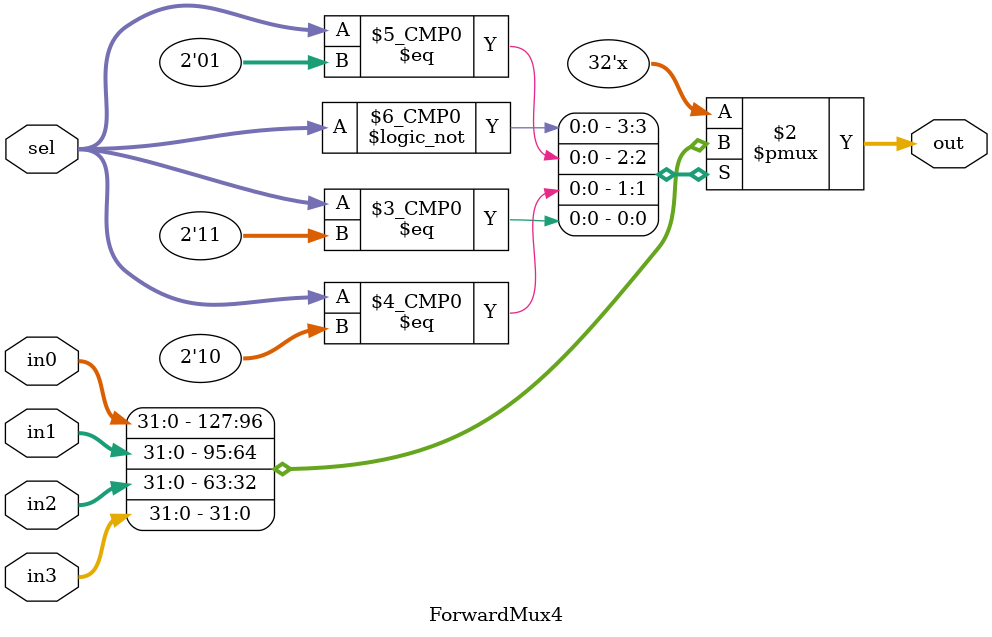
<source format=v>
`timescale 1ns / 1ps

module CPU_Project(
    input  CLK,                  // Clock signal

    output [31:0] PC,        // Program Counter output
    output [31:0] instOut,       // Instruction fetched
    //output [31:0] aluResult,      // Final ALU output is this used? - added for lab4
    output ewreg, // not 32bit
    output em2reg, // not 32bit
    output ewmem, // not 32bit
    output [3:0] ealuc,
    output ealuimm,
    output [4:0] edestReg,
    output [31:0] eqa,
    output [31:0] eqb,
    output [31:0] eimm32,
    // added for lab 4
    output wwreg, wm2reg, mwreg, mm2reg, mwmem, 
    output [31:0] wdo, wr,  mr, mqb,      
    output [4:0] wdestReg, mdestReg,
    //added for lab 5
    //output [31:0] wbData,
    output [31:0] qa, qb,
    output [1:0] fwdA, fwdB,
    output [31:0] fwvA, fwvB
    
);

    // Internal Wires for Interconnection
    wire [31:0] Next_Pc, instruction;
    wire [31:0] imm32; //qa, qb,
    wire [4:0] destReg;
    //wire [5:0] op, func;
    wire [3:0] ALUC;
    wire Write_reg, Mem2reg, Write_mem, ALUimm, Register_rt;
    
////////////////////wires added for lab 4:
    wire [31:0] alu_out, b, mdo;
    // These are no longer needed, but kept here to see the workflow
    //wire mwreg, mm2reg, mwmem;
    //wire [4:0] mdestReg;
    //wire [31:0] mr, mqb; 
////////////////////wires added for lab 5:
    //wire wwreg;
    //wire wm2reg;
    //wire [4:0] wdestReg;
    //wire [31:0] wr, wdo;
    
    //wire [31:0] wbData;
    
////////Project Wires added here:////////////////////////////
//wire [4:0]  rs, rt;
// Forwarding controls
//wire [1:0] fwdA, fwdB;

// Forwarding MUX outputs (to EX inputs)
//wire [31:0] fwvA, fwvB;
wire [31:0] efwva, efwvb;
//////////////////////////////////////////////////////////////// 

//wire [31:0] id_eqa, id_eqb;
//wire [31:0] id_imm32; 
wire [31:0] wbData;
    
    PC2 program_counter (
        .Next_Pc(Next_Pc),
        .CLK(CLK),
        .PC(PC)
    );

    PC_Adder PCAdder (
        .PC(PC),
        .Next_Pc(Next_Pc)
    );

    Instruction_memory InstrMem (
        .CLK(CLK),
        .PC(PC),
        .InstOut(instruction)
    );

    IFID_Pipeline_Register IF_ID (
        .CLK(CLK),
        .InstOut(instruction),
        //.PC_Plus4(PCPlus4),
        .dinstOut(instOut) //(dinstOut)?
        //.doutPC(PC_Out)
    );

    // ID Stage Components
    Register_File reg_file (
        .rs(instOut[25:21]),
        .rt(instOut[20:16]),
        .qa(qa),
        .qb(qb),
        ////addeed for lab5: 
        .wdestReg(wdestReg),
        .wbData(wbData),
        .wwreg(wwreg),
        .CLK(~CLK)
    );

    Sign_Extender sign_ext (
        .imm(instOut[15:0]),
        .imm32(imm32)
    );

    Control_Unit control_unit (
        .op(instOut[31:26]),
        .func(instOut[5:0]),
        
        // forwarding inputs
        .rs(instOut[25:21]),
        .rt(instOut[20:16]),
        
        .ern        (edestReg),//(ex_mdest),
        .ewreg  (ewreg), // ex_mwreg --> mwreg --> ewreg
        .mrn        (mdestReg), // wdestReg --> wdestReg --> mdestReg
        .mwreg  (mwreg), // mem_wwreg --> wwreg --> mwreg
        
        .mm2reg(mm2reg),
        .em2reg(em2reg),
        
        .Register_rt(Register_rt),
        .Write_reg(Write_reg),
        .Mem2reg(Mem2reg),
        .Write_mem(Write_mem),
        .ALUC(ALUC),
        .ALUimm(ALUimm),
        
        // new forwarding selects
        .fwdA (fwdA),
        .fwdB (fwdB)
    );

    Reg_Mux reg_mux (
        .rt(instOut[20:16]),
        .rd(instOut[15:11]),
        .Register_rt(Register_rt),
        .destReg(destReg)
    );

    // ID/EX Pipeline Register
    IDEXE_Pipeline_Register ID_EX (
        .CLK(CLK),
        .Write_reg(Write_reg),
        .Mem2reg(Mem2reg),
        .Write_mem(Write_mem),
        .ALUC(ALUC), // changed from ALUC to eALUC
        .ALUimm(ALUimm), // was ALUimm
        .destReg(destReg),
        
        //.rs         (instOut[25:21]),   // NEW
        //.rt         (instOut[20:16]),   // NEW
        
        .qa(qa),
        .qb(qb),
        .imm32(imm32),
        
        .fwvA(fwvA),
        .fwvB(fwvB),
        
        .eWrite_reg(ewreg),
        .eMem2reg(em2reg),
        .eWrite_mem(ewmem),
        .eALUC(ealuc),
        .eALUimm(ealuimm),
        .edestReg(edestReg),
           
        .eqa(eqa), //according to the project pdf these arent even outputs of IDEXE, but I think thats a typo
        .eqb(eqb), // but they are in the waveform posted on canvas
        
        .eimm32(eimm32),
        
        .efwva(efwva),
        .efwvb(efwvb)
    );
////////////////////////////lab 4 instantiation starts here
   ALUmux myALUmux (
        .eqb(efwvb), //eqb --> fwvB --> efwvb
        .eimm32(eimm32),
        .ealuimm(ealuimm),
        .b(b)
);

    // 4-way forward mux for A
    ForwardMux4 fwdA_mux (
        
        .in0  (qa),    // eqa --> alu_out --> qa  
        .in1  (alu_out), //alu_out
        .in2  (mr),  // --> mqb?  
        .in3  (mdo),  // wdo --> rs --> mdo
        .sel  (fwdA),
        .out  (fwvA)
);

// 4-way forward mux for B
    ForwardMux4 fwdB_mux (
        
        .in0  (qb),  // eqb --> alu_out -> qb   
        .in1  (alu_out), // alu_out --> mr // alut out causes the sim to not work
        .in2  (mr),  // --> mqb?, mr -> wr 100% should be mr
        .in3  (mdo), // eimm32 --> rs --> mdo --> eimm32 100% mdo
        .sel  (fwdB),
        .out  (fwvB)
);

    ALU myALU(
        .eqa(efwva), // fwvA -->
        .b(b),
        .ealuc(ealuc),
        .result(alu_out)
);
    EXEMEM_Pipeline my_EXEMEM_Pipeline(
        .ewreg(ewreg),
        .em2reg(em2reg),
        .ewmem(ewmem),
        .edestReg(edestReg),
        .r(alu_out),
        .efwvb(efwvb), //was eqb
        .CLK(CLK),
        .mwreg(mwreg),
        .mm2reg(mm2reg),
        .mwmem(mwmem),
        .mdestReg(mdestReg),
        .mr(mr),
        .mqb(mqb)
        
);

    Data_Memory myDataMemory(
        .mr(mr),        // Address from EX/MEM (ALU result)
        .mqb(mqb),      // Data input for write (from EX/MEM)
        .mwmem(mwmem),  // Memory write enable from EX/MEM
        .CLK(CLK),
        .mdo(mdo)       // Memory data output
);

    MEMEWB_Pipeline_Register my_MEMEWB_Pipeline_Register(
        .mwreg(mwreg),     // from EX/MEM pipeline
        .mm2reg(mm2reg),   // from EX/MEM pipeline
        .mdestReg(mdestReg), // from EX/MEM pipeline
        .mr(mr),           // latched ALU result from EX/MEM
        .mdo(mdo),         // data output from Data Memory
        .CLK(CLK),
        .wwreg(wwreg),
        .wm2reg(wm2reg),
        .wdestReg(wdestReg),
        .wr(wr), 
        .wdo(wdo)
);

////////////////////////////lab  5instantiation starts here
    WbMux wb_mux(
        .wr(wr),
        .wdo(wdo),
        .wm2reg(wm2reg),
        .wbData(wbData)
    );
    
/////ends here
endmodule

module PC2(
    input wire [31:0] Next_Pc,
    input wire CLK,
    output reg [31:0] PC
    );
    initial begin
        PC = 32'd100;
    end
    always @(posedge CLK) begin
        PC <= Next_Pc;
    end
endmodule

module PC_Adder(
    input wire [31:0] PC,
    output reg [31:0] Next_Pc
    );
    always@(*) begin
        Next_Pc = PC + 32'd4;
    end
endmodule

module Instruction_memory(
    input wire CLK, // The slides and video didn't say this needs a clk as input?
    input [31:0] PC,
    output reg [31:0] InstOut
    );
    // 64-word (256-byte) instruction memory
    reg [31:0] memory [0:63];
    
    initial begin
        // commentted out for project memory[25] = {6'd35, 5'd1, 5'd2, 16'd0}; // lw $2, 0($1)
        // commentted out for project memory[26] = {6'd35, 5'd1, 5'd3, 16'd4}; // lw $3, 4($1)
        //the following was added for lab 4
        // commentted out for project memory[27] = {6'd35, 5'd1, 5'd4, 16'd8};   // lw $4, 8($1)
        // commentted out for project memory[28] = {6'd35, 5'd1, 5'd5, 16'd12}; // lw $5, 12($1)
        //added for lab 5:
        // commentted out for project memory[29] = {6'd0, 5'd2, 5'd10, 5'd6, 5'd0, 6'd32};
        
        //added for final project:
        memory[25] = {6'd0, 5'd1, 5'd2, 5'd3, 5'd0, 6'd32}; // add  $3, $1, $2
        memory[26] = {6'd0, 5'd9, 5'd3, 5'd4, 5'd0, 6'd34}; // sub  $4, $9, $3
        memory[27] = {6'd0, 5'd3, 5'd9, 5'd5, 5'd0, 6'd37}; // or   $5, $3, $9
        memory[28] = {6'd0, 5'd3, 5'd9, 5'd6, 5'd0, 6'd38}; // xor  $6, $3, $9
        memory[29] = {6'd0, 5'd3, 5'd9, 5'd7, 5'd0, 6'd36}; // and  $7, $3, $9

    end
    
    always@(*) begin
        InstOut = memory[PC[7:2]];
    end
endmodule

module IFID_Pipeline_Register(
    input wire [31:0] InstOut,
    input wire CLK,
    output reg [31:0] dinstOut
    );
    always@(posedge CLK) begin
        dinstOut <= InstOut;
    end 
endmodule

module Register_File(
    input [4:0] rs,
    input [4:0] rt,
    output reg [31:0] qa,
    output reg [31:0] qb,
    ////added for lab 5:
    input [4:0] wdestReg, // wn
    input [31:0] wbData, //d
    input wwreg,
    input CLK
    );
    
    reg [31:0] registers [0:31]; //originally: reg [31:0] registers [31:0]
    
    
    //integer i;
    initial begin
    ///added for project
        registers[0]  = 32'h00000000;
        registers[1]  = 32'hA00000AA;
        registers[2]  = 32'h10000011;
        registers[3]  = 32'h20000022;
        registers[4]  = 32'h30000033;
        registers[5]  = 32'h40000044;
        registers[6]  = 32'h50000055;
        registers[7]  = 32'h60000066;
        registers[8]  = 32'h70000077;
        registers[9]  = 32'h80000088;
        registers[10] = 32'h90000099;
        // zero the rest
        //for (i = 11; i < 32; i = i + 1)
            //registers[i] = 32'h00000000;
    end
    always@(*) begin //negedge CLK should this be async? - yes
        qa <= registers[rs];
        qb <= registers[rt];
    end
    ///added for lab 5:
    always@(posedge CLK) begin
        if (wwreg) begin
            registers[wdestReg] <= wbData;
        end
    end

endmodule

module Sign_Extender(
    input [15:0] imm,
    output reg [31:0] imm32
    );
    
    always@(*) begin
        if (imm[15] ==1'b1)
            imm32 = (imm | 32'hFFFF0000);
        else
            imm32 = imm; // = (imm | 32'h00000000)
    end
endmodule

module Control_Unit(
    input [5:0] op,            // Opcode field from instruction
    input [5:0] func,          // Function field for R-type instructions
    
    // forwarded-hazard inputs
    input  [4:0]  rs,          // 
    input  [4:0]  rt,          // 
    input  [4:0]  ern,         //  
    input         ewreg,   // 
    input  [4:0]  mrn,         // 
    input         mwreg,   //
    
    input mm2reg, // what to do with these
    input em2reg, // this too, theyre on the pdf as inputs but i never had a use for them here
    
    output reg Register_rt,    // Destination register selection (0 = rd, 1 = rt)
    output reg Write_reg,      // Register write enable signal
    output reg Mem2reg,        // Selects data source for register writeback (Memory or ALU)
    output reg Write_mem,      // Memory write enable signal
    output reg [3:0] ALUC,     // ALU control signal
    output reg ALUimm,
    
    // NEW forwarding selects for two 4-way muxes
    output reg [1:0]  fwdA,      // selects A-input
    output reg [1:0]  fwdB       // selects B-input
    
    );
    
    always @(*) begin
        //Register_rt = 0;
        //Write_reg = 0;
        //Mem2reg = 0;
        //Write_mem = 0;
        //ALUimm = 0;
        //ALUC = 4'd0; // removed so it would agree with the refrence wave form and stay at 2
        
        case(op)
            //-----------------------------------
            6'b000000: begin  // R-type
                Write_reg   = 1;
                Register_rt = 0;  // dest = rd
                Mem2reg     = 0;
                Write_mem   = 0;
                ALUimm      = 0;
                case(func)
                    6'b100000: ALUC = 4'd2; // ADD
                    6'b100010: ALUC = 4'd6; // SUB
                    6'b100101: ALUC = 4'd1; // OR changed from 3 to 1
                    6'b100110: ALUC = 4'd3; // XOR changed from 4 to 3
                    6'b100100: ALUC = 4'd0; // AND
                    default begin
                    end
                endcase
            end

            //-----------------------------------
            6'b100011: begin  // LW
                Write_reg   = 1;
                Register_rt = 1;  // dest = rt
                Mem2reg     = 1;
                Write_mem   = 0;
                ALUimm      = 1;
                ALUC        = 4'b0010; // ADD for address
            end

            //-----------------------------------
            6'b101011: begin  // SW
                Write_reg   = 0;
                Register_rt = 1;  // don't care
                Mem2reg     = 0;
                Write_mem   = 1;
                ALUimm      = 1;
                ALUC        = 4'b0010; // ADD for address
            end

            //-----------------------------------
            default: begin
            end
        endcase
        
        // ---- forwarding logic ---- works currently
        // ---- forwarding logic for A ----
        if (ewreg && ern != 5'd0 && ern == rs) begin
            fwdA = 2'b01;                // EX --> EX hazard
        end else if (mwreg && mrn != 5'd0 && mrn == rs) begin
            fwdA = 2'b10;                // MEM --> EX hazard
        end else begin
            fwdA = 2'b00;                // no forwarding
        end

        // ---- forwarding logic for B ----
        if  (ALUimm) begin
            fwdB = 2'b11;                // immediate path has top priority
        end else if (ewreg && ern != 5'd0 && ern == rt) begin
            fwdB = 2'b01;                // EX --> EX hazard
        end else if (mwreg && mrn != 5'd0 && mrn == rt) begin
            fwdB = 2'b10;                // MEM --> EX hazard
        end else begin
            fwdB = 2'b00;                // no forwarding
        end
        
    end
endmodule

module Reg_Mux(
    input [4:0] rt,
    input [4:0] rd,
    input Register_rt,
    output reg [4:0] destReg
    );
    
    always@(*) begin
        if (Register_rt)
            destReg = rt; //chose rt when Register_rt = 1
        else
            destReg = rd;
    end
endmodule

module IDEXE_Pipeline_Register(
    input Write_reg,
    input Mem2reg,
    input Write_mem,
    input [3:0] ALUC,
    input ALUimm,
    input [4:0] destReg,
    
    // raw instruction fields for forwarding
    //input       [4:0]  rs,        // NEW: source register #1
    //input       [4:0]  rt,        // NEW: source register #2
    
    input [31:0] qa,
    input [31:0] qb,
    input [31:0] imm32,
    input CLK,
    
    input [31:0] fwvA, fwvB,
    
    output reg eWrite_reg,
    output reg eMem2reg,
    output reg eWrite_mem,
    output reg [3:0] eALUC,
    output reg eALUimm,
    output reg [4:0] edestReg,
    
    //output reg [4:0]   ers,       // NEW: latched rs
    //output reg [4:0]   ert,       // NEW: latched rt
    
    output reg [31:0] eqa, // according to the project pdf these arent even outputs of IDEXE but oh well
    output reg [31:0] eqb,
    output reg [31:0] eimm32,
    
    output reg [31:0] efwva,
    output reg [31:0] efwvb
    );
    
    always @(posedge CLK) begin
        eWrite_reg <= Write_reg;
        eMem2reg   <= Mem2reg;
        eWrite_mem <= Write_mem;
        eALUC      <= ALUC;
        eALUimm    <= ALUimm;
        edestReg   <= destReg;

        eqa       <= fwvA; // according to the project pdf these arent even outputs of IDEXE but oh well
        eqb       <= fwvB;
        eimm32    <= imm32;
        
        efwva <= fwvA;
        efwvb <= fwvB;
    end
endmodule

//lab 4 modules added here

module ALUmux(
    input [31:0] eqb, 
    input [31:0] eimm32,
    input ealuimm, 
    output reg [31:0] b
);
    always@(*) begin
        if (ealuimm)
            b = eimm32;
        else
            b = eqb;
    end

endmodule
    
module ALU(
    input  [31:0] eqa,
    input  [31:0] b,
    input  [3:0]  ealuc,
    output reg [31:0] result
);
    always @(*) begin
        case (ealuc)
            4'd0: result = eqa & b;         // AND
            4'd6: result = eqa - b;         // SUB
            4'd2: result = eqa + b;         // ADD
            4'd1: result = eqa | b;         // OR
            4'd3: result = eqa ^ b;         // XOR
            //4'b0101: result = ~(eqa | b);      // NOR
            //4'b0110: result = eqa << b[4:0];   // SLL (logical left shift)
            //4'b0111: result = eqa >> b[4:0];   // SRL (logical right shift)
            //4'b1000: result = $signed(eqa) >>> b[4:0]; // SRA (arithmetic right shift)
            //4'b1001: result = (eqa < b) ? 32'b1 : 32'b0; // SLT
        endcase
    end
endmodule

module EXEMEM_Pipeline(
    input ewreg,
    input em2reg,
    input ewmem,
    
    input [4:0] edestReg, // ern
    input [31:0] r, //out of alu
    input [31:0] efwvb, //efwvb
    input CLK,
    
    output reg mwreg,
    output reg mm2reg,
    output reg mwmem,
    output reg [4:0] mdestReg,
    output reg [31:0] mr,
    output reg [31:0] mqb
);

    always @(posedge CLK) begin
        mwreg <= ewreg;
        mm2reg <= em2reg;
        mwmem <= ewmem;
        mdestReg <= edestReg;
        mr <= r;
        mqb <= efwvb;
    end

endmodule

module Data_Memory(
    input [31:0] mr,
    input [31:0] mqb,
    input mwmem,
    input CLK,
    
    output reg [31:0] mdo
);
    reg [31:0] memory [0:63];
    initial begin
        memory[0] = 32'hA00000AA;
        memory[1] = 32'h10000011;
        memory[2] = 32'h20000022;
        memory[3] = 32'h30000033;
        memory[4] = 32'h40000044;
        memory[5] = 32'h50000055;
        memory[6] = 32'h60000066;
        memory[7] = 32'h70000077;
        memory[8] = 32'h80000088;
        memory[9] = 32'h90000099;
    end
    
    always @(*) begin
        mdo = memory[mr[7:2]];
    end
    
    always @(negedge CLK) begin
        if (mwmem) begin
            memory[mr[7:2]] <= mqb;
        end
    end
    
endmodule

module MEMEWB_Pipeline_Register(
    input mwreg, // register write enable
    input mm2reg, // memory to register control
    input [4:0] mdestReg, // distination register
    input [31:0] mr, 
    input [31:0] mdo, // data read out from the memory
    input CLK,
    
    output reg wwreg,
    output reg wm2reg,
    output reg [4:0] wdestReg,
    output reg [31:0] wr,
    output reg [31:0] wdo
);
    
    always @(posedge CLK) begin
        wwreg <= mwreg;
        wm2reg <= mm2reg;
        wdestReg <= mdestReg;
        wr <= mr;
        wdo <= mdo; 
    end
    
endmodule

//lab 5 modules added here
module WbMux(
    input [31:0] wr,
    input [31:0] wdo,
    input wm2reg,
    
    output reg [31:0] wbData 
);
    always@(*) begin
        if (wm2reg == 1'b1)
            wbData = wdo;
        else
            wbData = wr;
    end
endmodule
//////////////////////////////////////////////////////////////////////////////////////
//Project new modules added here//////////////////////////////////////////////////////
//////////////////////////////////////////////////////////////////////////////////////
module ForwardMux4(
 
    input  [31:0] in0, 
    input  [31:0] in1,
    input  [31:0] in2,    
    input  [31:0] in3,    
    input  [1:0]  sel,    
    output reg [31:0] out
);
    always @(*) begin
        case (sel)
            2'b00: out = in0;
            2'b01: out = in1;
            2'b10: out = in2;
            2'b11: out = in3;
        endcase
    end
endmodule


</source>
